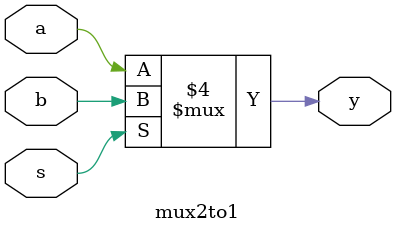
<source format=v>
`timescale 1ns / 1ps
module mux2to1(
input a,
input b,
input s,
output reg y
    );
    always@(*) begin 
    if(s == 1'b0)
        y = a;
    else
        y = b;
    end
endmodule
</source>
